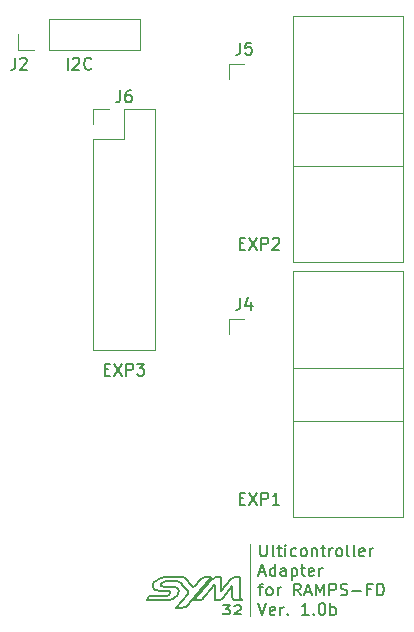
<source format=gbr>
G04 #@! TF.GenerationSoftware,KiCad,Pcbnew,(5.1.0-0)*
G04 #@! TF.CreationDate,2019-04-12T23:41:18+08:00*
G04 #@! TF.ProjectId,Ulticontroller_adapter,556c7469-636f-46e7-9472-6f6c6c65725f,rev?*
G04 #@! TF.SameCoordinates,Original*
G04 #@! TF.FileFunction,Legend,Top*
G04 #@! TF.FilePolarity,Positive*
%FSLAX46Y46*%
G04 Gerber Fmt 4.6, Leading zero omitted, Abs format (unit mm)*
G04 Created by KiCad (PCBNEW (5.1.0-0)) date 2019-04-12 23:41:18*
%MOMM*%
%LPD*%
G04 APERTURE LIST*
%ADD10C,0.150000*%
%ADD11C,0.200000*%
%ADD12C,0.120000*%
G04 APERTURE END LIST*
D10*
X127714476Y-135987285D02*
X128333523Y-135987285D01*
X128000190Y-136273000D01*
X128143047Y-136273000D01*
X128238285Y-136308714D01*
X128285904Y-136344428D01*
X128333523Y-136415857D01*
X128333523Y-136594428D01*
X128285904Y-136665857D01*
X128238285Y-136701571D01*
X128143047Y-136737285D01*
X127857333Y-136737285D01*
X127762095Y-136701571D01*
X127714476Y-136665857D01*
X128714476Y-136058714D02*
X128762095Y-136023000D01*
X128857333Y-135987285D01*
X129095428Y-135987285D01*
X129190666Y-136023000D01*
X129238285Y-136058714D01*
X129285904Y-136130142D01*
X129285904Y-136201571D01*
X129238285Y-136308714D01*
X128666857Y-136737285D01*
X129285904Y-136737285D01*
D11*
X129153566Y-135142165D02*
X129153566Y-133604000D01*
X129276613Y-135450750D02*
X129195548Y-135331622D01*
X129195548Y-135331622D02*
X129154587Y-135172485D01*
X129154587Y-135172485D02*
X129153566Y-135142165D01*
X129366357Y-135545390D02*
X129276613Y-135450750D01*
X128793672Y-135545390D02*
X129366357Y-135545390D01*
X129366357Y-135545390D02*
X129366357Y-135545390D01*
X128529036Y-135280754D02*
X128577625Y-135433619D01*
X128577625Y-135433619D02*
X128688070Y-135523478D01*
X128688070Y-135523478D02*
X128793672Y-135545390D01*
X128529036Y-134366381D02*
X128529036Y-135280754D01*
X127718104Y-135356306D02*
X128529036Y-134366381D01*
X128529036Y-134366381D02*
X128529036Y-134366381D01*
X123948784Y-134641189D02*
X123851351Y-134536844D01*
X123851351Y-134536844D02*
X123844825Y-134532190D01*
X123992701Y-134787432D02*
X123948784Y-134641189D01*
X123956485Y-134974287D02*
X123993169Y-134810419D01*
X123993169Y-134810419D02*
X123992701Y-134787432D01*
X123844039Y-135161819D02*
X123925639Y-135041589D01*
X123925639Y-135041589D02*
X123956485Y-134974287D01*
X123684481Y-135308739D02*
X123793603Y-135216153D01*
X123793603Y-135216153D02*
X123844039Y-135161819D01*
X123869639Y-133956045D02*
X124034795Y-133991007D01*
X124034795Y-133991007D02*
X124154331Y-134071964D01*
X124154331Y-134071964D02*
X124184840Y-134105246D01*
X122885835Y-133956045D02*
X123869639Y-133956045D01*
X123869639Y-133956045D02*
X123869639Y-133956045D01*
X122633957Y-134016978D02*
X122781713Y-133964657D01*
X122781713Y-133964657D02*
X122885835Y-133956045D01*
X122488534Y-134178109D02*
X122571634Y-134061156D01*
X122571634Y-134061156D02*
X122633957Y-134016978D01*
X125317991Y-135545091D02*
X125715985Y-135545091D01*
X125715985Y-135545091D02*
X125715987Y-135545091D01*
X126840850Y-133745383D02*
X125317991Y-135545091D01*
X125317991Y-135545091D02*
X125317991Y-135545091D01*
X127145691Y-133604000D02*
X126980730Y-133639661D01*
X126980730Y-133639661D02*
X126862559Y-133721717D01*
X126862559Y-133721717D02*
X126840850Y-133745383D01*
X127570030Y-133604000D02*
X127145691Y-133604000D01*
X127145691Y-133604000D02*
X127145691Y-133604000D01*
X127570030Y-134774682D02*
X127570030Y-133604000D01*
X127570030Y-133604000D02*
X127570030Y-133604000D01*
X125083609Y-134331539D02*
X124933119Y-134148694D01*
X124933119Y-134148694D02*
X124662240Y-133819573D01*
X124662240Y-133819573D02*
X124602045Y-133746436D01*
X125375274Y-134336594D02*
X125239301Y-134401248D01*
X125239301Y-134401248D02*
X125095619Y-134344843D01*
X125095619Y-134344843D02*
X125083609Y-134331539D01*
X127318145Y-135545690D02*
X127490667Y-135516054D01*
X127490667Y-135516054D02*
X127621826Y-135447104D01*
X127621826Y-135447104D02*
X127718104Y-135356306D01*
X127043398Y-135545690D02*
X127318145Y-135545690D01*
X127050466Y-135535320D02*
X127043398Y-135545690D01*
X127050466Y-134225343D02*
X127050466Y-135535318D01*
X127050466Y-135535318D02*
X127050466Y-135535320D01*
X126095026Y-135367948D02*
X126214456Y-135225122D01*
X126214456Y-135225122D02*
X126751891Y-134582406D01*
X126751891Y-134582406D02*
X127020608Y-134261049D01*
X127020608Y-134261049D02*
X127050466Y-134225343D01*
X125715987Y-135545091D02*
X125886139Y-135514864D01*
X125886139Y-135514864D02*
X126015769Y-135443754D01*
X126015769Y-135443754D02*
X126095026Y-135367948D01*
X125879189Y-133765852D02*
X125721714Y-133944207D01*
X125721714Y-133944207D02*
X125438263Y-134265251D01*
X125438263Y-134265251D02*
X125375274Y-134336594D01*
X128388399Y-133775677D02*
X127570030Y-134774682D01*
X127570030Y-134774682D02*
X127570030Y-134774682D01*
X128750963Y-133604000D02*
X128579688Y-133636409D01*
X128579688Y-133636409D02*
X128452717Y-133711128D01*
X128452717Y-133711128D02*
X128388399Y-133775677D01*
X129153566Y-133604000D02*
X128750963Y-133604000D01*
X128750963Y-133604000D02*
X128750963Y-133604000D01*
X126729255Y-133604000D02*
X126238000Y-133604000D01*
X126238000Y-133604000D02*
X126238000Y-133604000D01*
X124762974Y-135941121D02*
X125008759Y-135648980D01*
X125008759Y-135648980D02*
X126483469Y-133896140D01*
X126483469Y-133896140D02*
X126729255Y-133604000D01*
X124131459Y-136235099D02*
X124312889Y-136214912D01*
X124312889Y-136214912D02*
X124463636Y-136165291D01*
X124463636Y-136165291D02*
X124592892Y-136094045D01*
X124592892Y-136094045D02*
X124704371Y-136003841D01*
X124704371Y-136003841D02*
X124762974Y-135941121D01*
X123747695Y-136235099D02*
X124131459Y-136235099D01*
X124131459Y-136235099D02*
X124131459Y-136235099D01*
X124742732Y-135035993D02*
X123747695Y-136235099D01*
X123747695Y-136235099D02*
X123747695Y-136235099D01*
X124743488Y-134786835D02*
X124784443Y-134947378D01*
X124784443Y-134947378D02*
X124742732Y-135035993D01*
X124184840Y-134105246D02*
X124359417Y-134318241D01*
X124359417Y-134318241D02*
X124673657Y-134701636D01*
X124673657Y-134701636D02*
X124743488Y-134786835D01*
X123493812Y-135417061D02*
X123625399Y-135348237D01*
X123625399Y-135348237D02*
X123684481Y-135308739D01*
X123289401Y-135490169D02*
X123440203Y-135439333D01*
X123440203Y-135439333D02*
X123493812Y-135417061D01*
X123088389Y-135532148D02*
X123256803Y-135498897D01*
X123256803Y-135498897D02*
X123289401Y-135490169D01*
X122906488Y-135545690D02*
X123088389Y-135532148D01*
X121309877Y-135545690D02*
X122906486Y-135545690D01*
X122906486Y-135545690D02*
X122906488Y-135545690D01*
X121363104Y-135410753D02*
X121309877Y-135545690D01*
X121682140Y-135193638D02*
X121521288Y-135233689D01*
X121521288Y-135233689D02*
X121412217Y-135324988D01*
X121412217Y-135324988D02*
X121363104Y-135410753D01*
X122860009Y-135193638D02*
X121682140Y-135193638D01*
X121682140Y-135193638D02*
X121682140Y-135193638D01*
X123113334Y-135134059D02*
X122964591Y-135185328D01*
X122964591Y-135185328D02*
X122860009Y-135193638D01*
X123258231Y-134974287D02*
X123174394Y-135091449D01*
X123174394Y-135091449D02*
X123113334Y-135134059D01*
X123271783Y-134884918D02*
X123258231Y-134974287D01*
X123237414Y-134814502D02*
X123271783Y-134884918D01*
X123156931Y-134768479D02*
X123237414Y-134814502D01*
X123034128Y-134752217D02*
X123156931Y-134768479D01*
X122427623Y-134752217D02*
X123034128Y-134752217D01*
X122171353Y-134721751D02*
X122346219Y-134749013D01*
X122346219Y-134749013D02*
X122427623Y-134752217D01*
X121807577Y-134446216D02*
X121883802Y-134570349D01*
X121883802Y-134570349D02*
X121997802Y-134657706D01*
X121997802Y-134657706D02*
X122142302Y-134714501D01*
X122142302Y-134714501D02*
X122171353Y-134721751D01*
X121831469Y-134178109D02*
X121793169Y-134340399D01*
X121793169Y-134340399D02*
X121807577Y-134446216D01*
X122018817Y-133910691D02*
X121921879Y-134015015D01*
X121921879Y-134015015D02*
X121847241Y-134141060D01*
X121847241Y-134141060D02*
X121831469Y-134178109D01*
X122293946Y-133733305D02*
X122163510Y-133803282D01*
X122163510Y-133803282D02*
X122046676Y-133887129D01*
X122046676Y-133887129D02*
X122018817Y-133910691D01*
X122600236Y-133634466D02*
X122441151Y-133675866D01*
X122441151Y-133675866D02*
X122295119Y-133732771D01*
X122295119Y-133732771D02*
X122293946Y-133733305D01*
X122880541Y-133604000D02*
X122693502Y-133618559D01*
X122693502Y-133618559D02*
X122600236Y-133634466D01*
X123774006Y-133604000D02*
X122880541Y-133604000D01*
X124164441Y-133604000D02*
X123774006Y-133604000D01*
X123774006Y-133604000D02*
X123774006Y-133604000D01*
X122507106Y-134338563D02*
X122488534Y-134178109D01*
X122711716Y-134397466D02*
X122543365Y-134365143D01*
X122543365Y-134365143D02*
X122507106Y-134338563D01*
X123359410Y-134397466D02*
X122711716Y-134397466D01*
X123363361Y-134397466D02*
X123359410Y-134397466D01*
X123532782Y-134413038D02*
X123363361Y-134397466D01*
X123699880Y-134457039D02*
X123541608Y-134414520D01*
X123541608Y-134414520D02*
X123532782Y-134413038D01*
X123844825Y-134532190D02*
X123714128Y-134462517D01*
X123714128Y-134462517D02*
X123699880Y-134457039D01*
X124300339Y-133604000D02*
X124164441Y-133604000D01*
X124602045Y-133746436D02*
X124492663Y-133654603D01*
X124492663Y-133654603D02*
X124340760Y-133606092D01*
X124340760Y-133606092D02*
X124300339Y-133604000D01*
X126238000Y-133604000D02*
X126068063Y-133635176D01*
X126068063Y-133635176D02*
X125940286Y-133707840D01*
X125940286Y-133707840D02*
X125879189Y-133765852D01*
D12*
X130048000Y-130810000D02*
X130048000Y-136906000D01*
D10*
X130891595Y-130835380D02*
X130891595Y-131644904D01*
X130939214Y-131740142D01*
X130986833Y-131787761D01*
X131082071Y-131835380D01*
X131272547Y-131835380D01*
X131367785Y-131787761D01*
X131415404Y-131740142D01*
X131463023Y-131644904D01*
X131463023Y-130835380D01*
X132082071Y-131835380D02*
X131986833Y-131787761D01*
X131939214Y-131692523D01*
X131939214Y-130835380D01*
X132320166Y-131168714D02*
X132701119Y-131168714D01*
X132463023Y-130835380D02*
X132463023Y-131692523D01*
X132510642Y-131787761D01*
X132605880Y-131835380D01*
X132701119Y-131835380D01*
X133034452Y-131835380D02*
X133034452Y-131168714D01*
X133034452Y-130835380D02*
X132986833Y-130883000D01*
X133034452Y-130930619D01*
X133082071Y-130883000D01*
X133034452Y-130835380D01*
X133034452Y-130930619D01*
X133939214Y-131787761D02*
X133843976Y-131835380D01*
X133653500Y-131835380D01*
X133558261Y-131787761D01*
X133510642Y-131740142D01*
X133463023Y-131644904D01*
X133463023Y-131359190D01*
X133510642Y-131263952D01*
X133558261Y-131216333D01*
X133653500Y-131168714D01*
X133843976Y-131168714D01*
X133939214Y-131216333D01*
X134510642Y-131835380D02*
X134415404Y-131787761D01*
X134367785Y-131740142D01*
X134320166Y-131644904D01*
X134320166Y-131359190D01*
X134367785Y-131263952D01*
X134415404Y-131216333D01*
X134510642Y-131168714D01*
X134653500Y-131168714D01*
X134748738Y-131216333D01*
X134796357Y-131263952D01*
X134843976Y-131359190D01*
X134843976Y-131644904D01*
X134796357Y-131740142D01*
X134748738Y-131787761D01*
X134653500Y-131835380D01*
X134510642Y-131835380D01*
X135272547Y-131168714D02*
X135272547Y-131835380D01*
X135272547Y-131263952D02*
X135320166Y-131216333D01*
X135415404Y-131168714D01*
X135558261Y-131168714D01*
X135653500Y-131216333D01*
X135701119Y-131311571D01*
X135701119Y-131835380D01*
X136034452Y-131168714D02*
X136415404Y-131168714D01*
X136177309Y-130835380D02*
X136177309Y-131692523D01*
X136224928Y-131787761D01*
X136320166Y-131835380D01*
X136415404Y-131835380D01*
X136748738Y-131835380D02*
X136748738Y-131168714D01*
X136748738Y-131359190D02*
X136796357Y-131263952D01*
X136843976Y-131216333D01*
X136939214Y-131168714D01*
X137034452Y-131168714D01*
X137510642Y-131835380D02*
X137415404Y-131787761D01*
X137367785Y-131740142D01*
X137320166Y-131644904D01*
X137320166Y-131359190D01*
X137367785Y-131263952D01*
X137415404Y-131216333D01*
X137510642Y-131168714D01*
X137653500Y-131168714D01*
X137748738Y-131216333D01*
X137796357Y-131263952D01*
X137843976Y-131359190D01*
X137843976Y-131644904D01*
X137796357Y-131740142D01*
X137748738Y-131787761D01*
X137653500Y-131835380D01*
X137510642Y-131835380D01*
X138415404Y-131835380D02*
X138320166Y-131787761D01*
X138272547Y-131692523D01*
X138272547Y-130835380D01*
X138939214Y-131835380D02*
X138843976Y-131787761D01*
X138796357Y-131692523D01*
X138796357Y-130835380D01*
X139701119Y-131787761D02*
X139605880Y-131835380D01*
X139415404Y-131835380D01*
X139320166Y-131787761D01*
X139272547Y-131692523D01*
X139272547Y-131311571D01*
X139320166Y-131216333D01*
X139415404Y-131168714D01*
X139605880Y-131168714D01*
X139701119Y-131216333D01*
X139748738Y-131311571D01*
X139748738Y-131406809D01*
X139272547Y-131502047D01*
X140177309Y-131835380D02*
X140177309Y-131168714D01*
X140177309Y-131359190D02*
X140224928Y-131263952D01*
X140272547Y-131216333D01*
X140367785Y-131168714D01*
X140463023Y-131168714D01*
X130843976Y-133199666D02*
X131320166Y-133199666D01*
X130748738Y-133485380D02*
X131082071Y-132485380D01*
X131415404Y-133485380D01*
X132177309Y-133485380D02*
X132177309Y-132485380D01*
X132177309Y-133437761D02*
X132082071Y-133485380D01*
X131891595Y-133485380D01*
X131796357Y-133437761D01*
X131748738Y-133390142D01*
X131701119Y-133294904D01*
X131701119Y-133009190D01*
X131748738Y-132913952D01*
X131796357Y-132866333D01*
X131891595Y-132818714D01*
X132082071Y-132818714D01*
X132177309Y-132866333D01*
X133082071Y-133485380D02*
X133082071Y-132961571D01*
X133034452Y-132866333D01*
X132939214Y-132818714D01*
X132748738Y-132818714D01*
X132653500Y-132866333D01*
X133082071Y-133437761D02*
X132986833Y-133485380D01*
X132748738Y-133485380D01*
X132653500Y-133437761D01*
X132605880Y-133342523D01*
X132605880Y-133247285D01*
X132653500Y-133152047D01*
X132748738Y-133104428D01*
X132986833Y-133104428D01*
X133082071Y-133056809D01*
X133558261Y-132818714D02*
X133558261Y-133818714D01*
X133558261Y-132866333D02*
X133653500Y-132818714D01*
X133843976Y-132818714D01*
X133939214Y-132866333D01*
X133986833Y-132913952D01*
X134034452Y-133009190D01*
X134034452Y-133294904D01*
X133986833Y-133390142D01*
X133939214Y-133437761D01*
X133843976Y-133485380D01*
X133653500Y-133485380D01*
X133558261Y-133437761D01*
X134320166Y-132818714D02*
X134701119Y-132818714D01*
X134463023Y-132485380D02*
X134463023Y-133342523D01*
X134510642Y-133437761D01*
X134605880Y-133485380D01*
X134701119Y-133485380D01*
X135415404Y-133437761D02*
X135320166Y-133485380D01*
X135129690Y-133485380D01*
X135034452Y-133437761D01*
X134986833Y-133342523D01*
X134986833Y-132961571D01*
X135034452Y-132866333D01*
X135129690Y-132818714D01*
X135320166Y-132818714D01*
X135415404Y-132866333D01*
X135463023Y-132961571D01*
X135463023Y-133056809D01*
X134986833Y-133152047D01*
X135891595Y-133485380D02*
X135891595Y-132818714D01*
X135891595Y-133009190D02*
X135939214Y-132913952D01*
X135986833Y-132866333D01*
X136082071Y-132818714D01*
X136177309Y-132818714D01*
X130748738Y-134468714D02*
X131129690Y-134468714D01*
X130891595Y-135135380D02*
X130891595Y-134278238D01*
X130939214Y-134183000D01*
X131034452Y-134135380D01*
X131129690Y-134135380D01*
X131605880Y-135135380D02*
X131510642Y-135087761D01*
X131463023Y-135040142D01*
X131415404Y-134944904D01*
X131415404Y-134659190D01*
X131463023Y-134563952D01*
X131510642Y-134516333D01*
X131605880Y-134468714D01*
X131748738Y-134468714D01*
X131843976Y-134516333D01*
X131891595Y-134563952D01*
X131939214Y-134659190D01*
X131939214Y-134944904D01*
X131891595Y-135040142D01*
X131843976Y-135087761D01*
X131748738Y-135135380D01*
X131605880Y-135135380D01*
X132367785Y-135135380D02*
X132367785Y-134468714D01*
X132367785Y-134659190D02*
X132415404Y-134563952D01*
X132463023Y-134516333D01*
X132558261Y-134468714D01*
X132653500Y-134468714D01*
X134320166Y-135135380D02*
X133986833Y-134659190D01*
X133748738Y-135135380D02*
X133748738Y-134135380D01*
X134129690Y-134135380D01*
X134224928Y-134183000D01*
X134272547Y-134230619D01*
X134320166Y-134325857D01*
X134320166Y-134468714D01*
X134272547Y-134563952D01*
X134224928Y-134611571D01*
X134129690Y-134659190D01*
X133748738Y-134659190D01*
X134701119Y-134849666D02*
X135177309Y-134849666D01*
X134605880Y-135135380D02*
X134939214Y-134135380D01*
X135272547Y-135135380D01*
X135605880Y-135135380D02*
X135605880Y-134135380D01*
X135939214Y-134849666D01*
X136272547Y-134135380D01*
X136272547Y-135135380D01*
X136748738Y-135135380D02*
X136748738Y-134135380D01*
X137129690Y-134135380D01*
X137224928Y-134183000D01*
X137272547Y-134230619D01*
X137320166Y-134325857D01*
X137320166Y-134468714D01*
X137272547Y-134563952D01*
X137224928Y-134611571D01*
X137129690Y-134659190D01*
X136748738Y-134659190D01*
X137701119Y-135087761D02*
X137843976Y-135135380D01*
X138082071Y-135135380D01*
X138177309Y-135087761D01*
X138224928Y-135040142D01*
X138272547Y-134944904D01*
X138272547Y-134849666D01*
X138224928Y-134754428D01*
X138177309Y-134706809D01*
X138082071Y-134659190D01*
X137891595Y-134611571D01*
X137796357Y-134563952D01*
X137748738Y-134516333D01*
X137701119Y-134421095D01*
X137701119Y-134325857D01*
X137748738Y-134230619D01*
X137796357Y-134183000D01*
X137891595Y-134135380D01*
X138129690Y-134135380D01*
X138272547Y-134183000D01*
X138701119Y-134754428D02*
X139463023Y-134754428D01*
X140272547Y-134611571D02*
X139939214Y-134611571D01*
X139939214Y-135135380D02*
X139939214Y-134135380D01*
X140415404Y-134135380D01*
X140796357Y-135135380D02*
X140796357Y-134135380D01*
X141034452Y-134135380D01*
X141177309Y-134183000D01*
X141272547Y-134278238D01*
X141320166Y-134373476D01*
X141367785Y-134563952D01*
X141367785Y-134706809D01*
X141320166Y-134897285D01*
X141272547Y-134992523D01*
X141177309Y-135087761D01*
X141034452Y-135135380D01*
X140796357Y-135135380D01*
X130748738Y-135785380D02*
X131082071Y-136785380D01*
X131415404Y-135785380D01*
X132129690Y-136737761D02*
X132034452Y-136785380D01*
X131843976Y-136785380D01*
X131748738Y-136737761D01*
X131701119Y-136642523D01*
X131701119Y-136261571D01*
X131748738Y-136166333D01*
X131843976Y-136118714D01*
X132034452Y-136118714D01*
X132129690Y-136166333D01*
X132177309Y-136261571D01*
X132177309Y-136356809D01*
X131701119Y-136452047D01*
X132605880Y-136785380D02*
X132605880Y-136118714D01*
X132605880Y-136309190D02*
X132653500Y-136213952D01*
X132701119Y-136166333D01*
X132796357Y-136118714D01*
X132891595Y-136118714D01*
X133224928Y-136690142D02*
X133272547Y-136737761D01*
X133224928Y-136785380D01*
X133177309Y-136737761D01*
X133224928Y-136690142D01*
X133224928Y-136785380D01*
X134986833Y-136785380D02*
X134415404Y-136785380D01*
X134701119Y-136785380D02*
X134701119Y-135785380D01*
X134605880Y-135928238D01*
X134510642Y-136023476D01*
X134415404Y-136071095D01*
X135415404Y-136690142D02*
X135463023Y-136737761D01*
X135415404Y-136785380D01*
X135367785Y-136737761D01*
X135415404Y-136690142D01*
X135415404Y-136785380D01*
X136082071Y-135785380D02*
X136177309Y-135785380D01*
X136272547Y-135833000D01*
X136320166Y-135880619D01*
X136367785Y-135975857D01*
X136415404Y-136166333D01*
X136415404Y-136404428D01*
X136367785Y-136594904D01*
X136320166Y-136690142D01*
X136272547Y-136737761D01*
X136177309Y-136785380D01*
X136082071Y-136785380D01*
X135986833Y-136737761D01*
X135939214Y-136690142D01*
X135891595Y-136594904D01*
X135843976Y-136404428D01*
X135843976Y-136166333D01*
X135891595Y-135975857D01*
X135939214Y-135880619D01*
X135986833Y-135833000D01*
X136082071Y-135785380D01*
X136843976Y-136785380D02*
X136843976Y-135785380D01*
X136843976Y-136166333D02*
X136939214Y-136118714D01*
X137129690Y-136118714D01*
X137224928Y-136166333D01*
X137272547Y-136213952D01*
X137320166Y-136309190D01*
X137320166Y-136594904D01*
X137272547Y-136690142D01*
X137224928Y-136737761D01*
X137129690Y-136785380D01*
X136939214Y-136785380D01*
X136843976Y-136737761D01*
X114593809Y-90622380D02*
X114593809Y-89622380D01*
X115022380Y-89717619D02*
X115070000Y-89670000D01*
X115165238Y-89622380D01*
X115403333Y-89622380D01*
X115498571Y-89670000D01*
X115546190Y-89717619D01*
X115593809Y-89812857D01*
X115593809Y-89908095D01*
X115546190Y-90050952D01*
X114974761Y-90622380D01*
X115593809Y-90622380D01*
X116593809Y-90527142D02*
X116546190Y-90574761D01*
X116403333Y-90622380D01*
X116308095Y-90622380D01*
X116165238Y-90574761D01*
X116070000Y-90479523D01*
X116022380Y-90384285D01*
X115974761Y-90193809D01*
X115974761Y-90050952D01*
X116022380Y-89860476D01*
X116070000Y-89765238D01*
X116165238Y-89670000D01*
X116308095Y-89622380D01*
X116403333Y-89622380D01*
X116546190Y-89670000D01*
X116593809Y-89717619D01*
X117713333Y-116006571D02*
X118046666Y-116006571D01*
X118189523Y-116530380D02*
X117713333Y-116530380D01*
X117713333Y-115530380D01*
X118189523Y-115530380D01*
X118522857Y-115530380D02*
X119189523Y-116530380D01*
X119189523Y-115530380D02*
X118522857Y-116530380D01*
X119570476Y-116530380D02*
X119570476Y-115530380D01*
X119951428Y-115530380D01*
X120046666Y-115578000D01*
X120094285Y-115625619D01*
X120141904Y-115720857D01*
X120141904Y-115863714D01*
X120094285Y-115958952D01*
X120046666Y-116006571D01*
X119951428Y-116054190D01*
X119570476Y-116054190D01*
X120475238Y-115530380D02*
X121094285Y-115530380D01*
X120760952Y-115911333D01*
X120903809Y-115911333D01*
X120999047Y-115958952D01*
X121046666Y-116006571D01*
X121094285Y-116101809D01*
X121094285Y-116339904D01*
X121046666Y-116435142D01*
X120999047Y-116482761D01*
X120903809Y-116530380D01*
X120618095Y-116530380D01*
X120522857Y-116482761D01*
X120475238Y-116435142D01*
X129143333Y-126928571D02*
X129476666Y-126928571D01*
X129619523Y-127452380D02*
X129143333Y-127452380D01*
X129143333Y-126452380D01*
X129619523Y-126452380D01*
X129952857Y-126452380D02*
X130619523Y-127452380D01*
X130619523Y-126452380D02*
X129952857Y-127452380D01*
X131000476Y-127452380D02*
X131000476Y-126452380D01*
X131381428Y-126452380D01*
X131476666Y-126500000D01*
X131524285Y-126547619D01*
X131571904Y-126642857D01*
X131571904Y-126785714D01*
X131524285Y-126880952D01*
X131476666Y-126928571D01*
X131381428Y-126976190D01*
X131000476Y-126976190D01*
X132524285Y-127452380D02*
X131952857Y-127452380D01*
X132238571Y-127452380D02*
X132238571Y-126452380D01*
X132143333Y-126595238D01*
X132048095Y-126690476D01*
X131952857Y-126738095D01*
X129143333Y-105338571D02*
X129476666Y-105338571D01*
X129619523Y-105862380D02*
X129143333Y-105862380D01*
X129143333Y-104862380D01*
X129619523Y-104862380D01*
X129952857Y-104862380D02*
X130619523Y-105862380D01*
X130619523Y-104862380D02*
X129952857Y-105862380D01*
X131000476Y-105862380D02*
X131000476Y-104862380D01*
X131381428Y-104862380D01*
X131476666Y-104910000D01*
X131524285Y-104957619D01*
X131571904Y-105052857D01*
X131571904Y-105195714D01*
X131524285Y-105290952D01*
X131476666Y-105338571D01*
X131381428Y-105386190D01*
X131000476Y-105386190D01*
X131952857Y-104957619D02*
X132000476Y-104910000D01*
X132095714Y-104862380D01*
X132333809Y-104862380D01*
X132429047Y-104910000D01*
X132476666Y-104957619D01*
X132524285Y-105052857D01*
X132524285Y-105148095D01*
X132476666Y-105290952D01*
X131905238Y-105862380D01*
X132524285Y-105862380D01*
D12*
X116780000Y-93920000D02*
X118110000Y-93920000D01*
X116780000Y-95250000D02*
X116780000Y-93920000D01*
X119380000Y-93920000D02*
X121980000Y-93920000D01*
X119380000Y-96520000D02*
X119380000Y-93920000D01*
X116780000Y-96520000D02*
X119380000Y-96520000D01*
X121980000Y-93920000D02*
X121980000Y-114360000D01*
X116780000Y-96520000D02*
X116780000Y-114360000D01*
X116780000Y-114360000D02*
X121980000Y-114360000D01*
X110430000Y-88960000D02*
X110430000Y-87630000D01*
X111760000Y-88960000D02*
X110430000Y-88960000D01*
X113030000Y-88960000D02*
X113030000Y-86300000D01*
X113030000Y-86300000D02*
X120710000Y-86300000D01*
X113030000Y-88960000D02*
X120710000Y-88960000D01*
X120710000Y-88960000D02*
X120710000Y-86300000D01*
X133670000Y-98770000D02*
X143020000Y-98770000D01*
X133670000Y-94270000D02*
X143020000Y-94270000D01*
X133670000Y-106950000D02*
X133670000Y-86090000D01*
X133670000Y-106950000D02*
X143020000Y-106950000D01*
X133670000Y-86090000D02*
X143020000Y-86090000D01*
X143020000Y-86090000D02*
X143020000Y-106950000D01*
X129540000Y-90170000D02*
X128270000Y-90170000D01*
X128270000Y-90170000D02*
X128270000Y-91440000D01*
X133670000Y-120360000D02*
X143020000Y-120360000D01*
X133670000Y-115860000D02*
X143020000Y-115860000D01*
X133670000Y-128540000D02*
X133670000Y-107680000D01*
X133670000Y-128540000D02*
X143020000Y-128540000D01*
X133670000Y-107680000D02*
X143020000Y-107680000D01*
X143020000Y-107680000D02*
X143020000Y-128540000D01*
X129540000Y-111760000D02*
X128270000Y-111760000D01*
X128270000Y-111760000D02*
X128270000Y-113030000D01*
D10*
X119046666Y-92372380D02*
X119046666Y-93086666D01*
X118999047Y-93229523D01*
X118903809Y-93324761D01*
X118760952Y-93372380D01*
X118665714Y-93372380D01*
X119951428Y-92372380D02*
X119760952Y-92372380D01*
X119665714Y-92420000D01*
X119618095Y-92467619D01*
X119522857Y-92610476D01*
X119475238Y-92800952D01*
X119475238Y-93181904D01*
X119522857Y-93277142D01*
X119570476Y-93324761D01*
X119665714Y-93372380D01*
X119856190Y-93372380D01*
X119951428Y-93324761D01*
X119999047Y-93277142D01*
X120046666Y-93181904D01*
X120046666Y-92943809D01*
X119999047Y-92848571D01*
X119951428Y-92800952D01*
X119856190Y-92753333D01*
X119665714Y-92753333D01*
X119570476Y-92800952D01*
X119522857Y-92848571D01*
X119475238Y-92943809D01*
X110156666Y-89622380D02*
X110156666Y-90336666D01*
X110109047Y-90479523D01*
X110013809Y-90574761D01*
X109870952Y-90622380D01*
X109775714Y-90622380D01*
X110585238Y-89717619D02*
X110632857Y-89670000D01*
X110728095Y-89622380D01*
X110966190Y-89622380D01*
X111061428Y-89670000D01*
X111109047Y-89717619D01*
X111156666Y-89812857D01*
X111156666Y-89908095D01*
X111109047Y-90050952D01*
X110537619Y-90622380D01*
X111156666Y-90622380D01*
X129206666Y-88352380D02*
X129206666Y-89066666D01*
X129159047Y-89209523D01*
X129063809Y-89304761D01*
X128920952Y-89352380D01*
X128825714Y-89352380D01*
X130159047Y-88352380D02*
X129682857Y-88352380D01*
X129635238Y-88828571D01*
X129682857Y-88780952D01*
X129778095Y-88733333D01*
X130016190Y-88733333D01*
X130111428Y-88780952D01*
X130159047Y-88828571D01*
X130206666Y-88923809D01*
X130206666Y-89161904D01*
X130159047Y-89257142D01*
X130111428Y-89304761D01*
X130016190Y-89352380D01*
X129778095Y-89352380D01*
X129682857Y-89304761D01*
X129635238Y-89257142D01*
X129206666Y-109942380D02*
X129206666Y-110656666D01*
X129159047Y-110799523D01*
X129063809Y-110894761D01*
X128920952Y-110942380D01*
X128825714Y-110942380D01*
X130111428Y-110275714D02*
X130111428Y-110942380D01*
X129873333Y-109894761D02*
X129635238Y-110609047D01*
X130254285Y-110609047D01*
M02*

</source>
